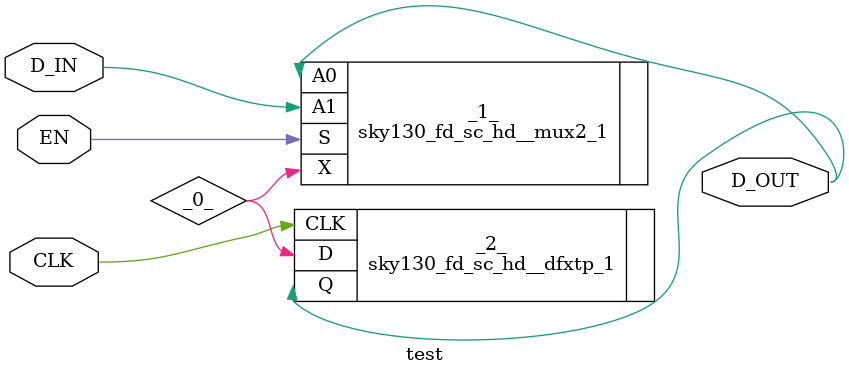
<source format=v>
/* Generated by Yosys 0.9 (git sha1 UNKNOWN, clang 9.0.0 -fPIC -Os) */

module test(D_IN, CLK, EN, D_OUT);
  wire _0_;
  input CLK;
  input D_IN;
  output D_OUT;
  input EN;
  sky130_fd_sc_hd__mux2_1 _1_ (
    .A0(D_OUT),
    .A1(D_IN),
    .S(EN),
    .X(_0_)
  );
  sky130_fd_sc_hd__dfxtp_1 _2_ (
    .CLK(CLK),
    .D(_0_),
    .Q(D_OUT)
  );
endmodule

</source>
